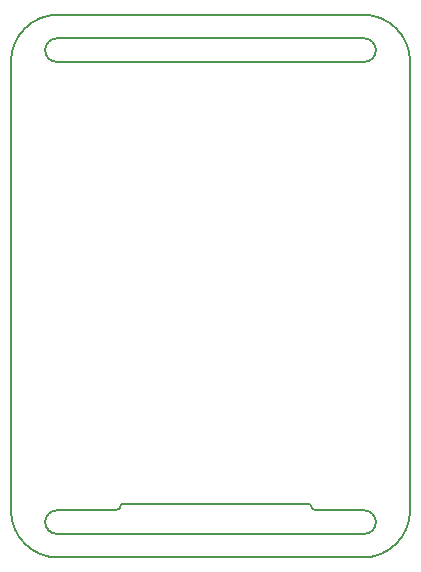
<source format=gbr>
G04 #@! TF.GenerationSoftware,KiCad,Pcbnew,(7.0.0)*
G04 #@! TF.CreationDate,2023-09-20T22:00:44+02:00*
G04 #@! TF.ProjectId,Watchy,57617463-6879-42e6-9b69-6361645f7063,rev?*
G04 #@! TF.SameCoordinates,Original*
G04 #@! TF.FileFunction,Profile,NP*
%FSLAX46Y46*%
G04 Gerber Fmt 4.6, Leading zero omitted, Abs format (unit mm)*
G04 Created by KiCad (PCBNEW (7.0.0)) date 2023-09-20 22:00:44*
%MOMM*%
%LPD*%
G01*
G04 APERTURE LIST*
G04 #@! TA.AperFunction,Profile*
%ADD10C,0.150000*%
G04 #@! TD*
G04 APERTURE END LIST*
D10*
X71600000Y-73150000D02*
G75*
G03*
X72600000Y-74150000I1000000J0D01*
G01*
X72600000Y-112110000D02*
G75*
G03*
X71600000Y-113110000I0J-1000000D01*
G01*
X99600000Y-113110000D02*
G75*
G03*
X98600000Y-112110000I-1000000J0D01*
G01*
X98600000Y-74150000D02*
G75*
G03*
X99600000Y-73150000I0J1000000D01*
G01*
X98600000Y-74150000D02*
X72600000Y-74150000D01*
X72600000Y-72150000D02*
X98600000Y-72150000D01*
X98500000Y-116110000D02*
G75*
G03*
X102500000Y-112110000I0J4000000D01*
G01*
X68700000Y-112110000D02*
G75*
G03*
X72700000Y-116110000I4000000J0D01*
G01*
X102500000Y-74150000D02*
G75*
G03*
X98500000Y-70150000I-4000000J0D01*
G01*
X102500000Y-112110000D02*
X102500000Y-74150000D01*
X77550000Y-112110000D02*
G75*
G03*
X78050000Y-111610000I0J500000D01*
G01*
X94050000Y-111610000D02*
G75*
G03*
X94550000Y-112110000I500000J0D01*
G01*
X98600000Y-112110000D02*
X94550000Y-112110000D01*
X78050000Y-111610000D02*
X94050000Y-111610000D01*
X68700000Y-112110000D02*
X68700000Y-74150000D01*
X98500000Y-70150000D02*
X72700000Y-70150000D01*
X98600000Y-114110000D02*
G75*
G03*
X99600000Y-113110000I0J1000000D01*
G01*
X98600000Y-114110000D02*
X72600000Y-114110000D01*
X72600000Y-112110000D02*
X77550000Y-112110000D01*
X72700000Y-116110000D02*
X98500000Y-116110000D01*
X72700000Y-70150000D02*
G75*
G03*
X68700000Y-74150000I0J-4000000D01*
G01*
X99600000Y-73150000D02*
G75*
G03*
X98600000Y-72150000I-1000000J0D01*
G01*
X71600000Y-113110000D02*
G75*
G03*
X72600000Y-114110000I1000000J0D01*
G01*
X72600000Y-72150000D02*
G75*
G03*
X71600000Y-73150000I0J-1000000D01*
G01*
M02*

</source>
